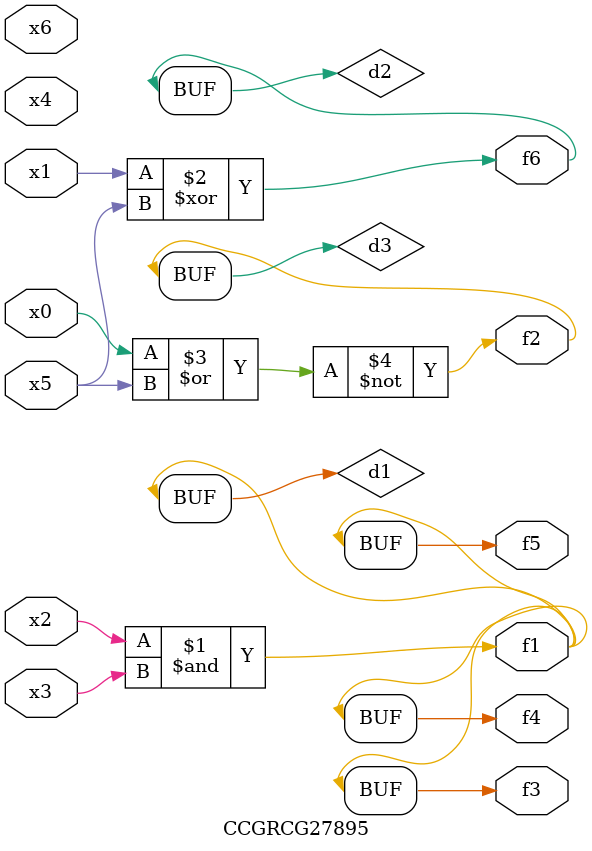
<source format=v>
module CCGRCG27895(
	input x0, x1, x2, x3, x4, x5, x6,
	output f1, f2, f3, f4, f5, f6
);

	wire d1, d2, d3;

	and (d1, x2, x3);
	xor (d2, x1, x5);
	nor (d3, x0, x5);
	assign f1 = d1;
	assign f2 = d3;
	assign f3 = d1;
	assign f4 = d1;
	assign f5 = d1;
	assign f6 = d2;
endmodule

</source>
